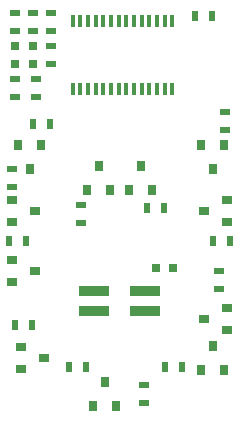
<source format=gtp>
G04 #@! TF.GenerationSoftware,KiCad,Pcbnew,(5.0.2)-1*
G04 #@! TF.CreationDate,2018-12-23T17:42:09+09:00*
G04 #@! TF.ProjectId,Nixie_Module_IN-12,4e697869-655f-44d6-9f64-756c655f494e,rev?*
G04 #@! TF.SameCoordinates,Original*
G04 #@! TF.FileFunction,Paste,Top*
G04 #@! TF.FilePolarity,Positive*
%FSLAX46Y46*%
G04 Gerber Fmt 4.6, Leading zero omitted, Abs format (unit mm)*
G04 Created by KiCad (PCBNEW (5.0.2)-1) date 2018/12/23 17:42:09*
%MOMM*%
%LPD*%
G01*
G04 APERTURE LIST*
%ADD10R,0.900000X0.500000*%
%ADD11R,0.800000X0.900000*%
%ADD12R,2.500000X0.850000*%
%ADD13R,0.900000X0.800000*%
%ADD14R,0.400000X1.100000*%
%ADD15R,0.750000X0.800000*%
%ADD16R,0.800000X0.750000*%
%ADD17R,0.500000X0.900000*%
G04 APERTURE END LIST*
D10*
G04 #@! TO.C,R13*
X75946000Y-85332000D03*
X75946000Y-83832000D03*
G04 #@! TD*
D11*
G04 #@! TO.C,Q9*
X77028000Y-100822000D03*
X78928000Y-100822000D03*
X77978000Y-98822000D03*
G04 #@! TD*
D12*
G04 #@! TO.C,U1*
X81398000Y-92823000D03*
X81398000Y-91073000D03*
X77098000Y-92823000D03*
X77098000Y-91073000D03*
G04 #@! TD*
D11*
G04 #@! TO.C,Q11*
X76520000Y-82534000D03*
X78420000Y-82534000D03*
X77470000Y-80534000D03*
G04 #@! TD*
G04 #@! TO.C,Q2*
X86172000Y-97774000D03*
X88072000Y-97774000D03*
X87122000Y-95774000D03*
G04 #@! TD*
D13*
G04 #@! TO.C,Q3*
X70120000Y-83378000D03*
X70120000Y-85278000D03*
X72120000Y-84328000D03*
G04 #@! TD*
G04 #@! TO.C,Q4*
X88376000Y-94422000D03*
X88376000Y-92522000D03*
X86376000Y-93472000D03*
G04 #@! TD*
G04 #@! TO.C,Q5*
X70120000Y-88458000D03*
X70120000Y-90358000D03*
X72120000Y-89408000D03*
G04 #@! TD*
G04 #@! TO.C,Q6*
X88376000Y-85278000D03*
X88376000Y-83378000D03*
X86376000Y-84328000D03*
G04 #@! TD*
G04 #@! TO.C,Q7*
X70882000Y-95824000D03*
X70882000Y-97724000D03*
X72882000Y-96774000D03*
G04 #@! TD*
D11*
G04 #@! TO.C,Q8*
X88072000Y-78756000D03*
X86172000Y-78756000D03*
X87122000Y-80756000D03*
G04 #@! TD*
G04 #@! TO.C,Q1*
X72578000Y-78756000D03*
X70678000Y-78756000D03*
X71628000Y-80756000D03*
G04 #@! TD*
G04 #@! TO.C,Q10*
X80076000Y-82534000D03*
X81976000Y-82534000D03*
X81026000Y-80534000D03*
G04 #@! TD*
D14*
G04 #@! TO.C,U3*
X75277000Y-73970000D03*
X75927000Y-73970000D03*
X76577000Y-73970000D03*
X77227000Y-73970000D03*
X77877000Y-73970000D03*
X78527000Y-73970000D03*
X79177000Y-73970000D03*
X79827000Y-73970000D03*
X80477000Y-73970000D03*
X81127000Y-73970000D03*
X81777000Y-73970000D03*
X82427000Y-73970000D03*
X83077000Y-73970000D03*
X83727000Y-73970000D03*
X83727000Y-68270000D03*
X83077000Y-68270000D03*
X82427000Y-68270000D03*
X81777000Y-68270000D03*
X81127000Y-68270000D03*
X80477000Y-68270000D03*
X79827000Y-68270000D03*
X79177000Y-68270000D03*
X78527000Y-68270000D03*
X77877000Y-68270000D03*
X77227000Y-68270000D03*
X76577000Y-68270000D03*
X75927000Y-68270000D03*
X75277000Y-68270000D03*
G04 #@! TD*
D15*
G04 #@! TO.C,C1*
X70358000Y-70370000D03*
X70358000Y-71870000D03*
G04 #@! TD*
G04 #@! TO.C,C2*
X71882000Y-71870000D03*
X71882000Y-70370000D03*
G04 #@! TD*
D16*
G04 #@! TO.C,C3*
X82308000Y-89154000D03*
X83808000Y-89154000D03*
G04 #@! TD*
D10*
G04 #@! TO.C,R1*
X81280000Y-100572000D03*
X81280000Y-99072000D03*
G04 #@! TD*
D17*
G04 #@! TO.C,R2*
X87110000Y-67818000D03*
X85610000Y-67818000D03*
G04 #@! TD*
G04 #@! TO.C,R3*
X73394000Y-76962000D03*
X71894000Y-76962000D03*
G04 #@! TD*
G04 #@! TO.C,R4*
X83070000Y-97536000D03*
X84570000Y-97536000D03*
G04 #@! TD*
D10*
G04 #@! TO.C,R5*
X70104000Y-82284000D03*
X70104000Y-80784000D03*
G04 #@! TD*
G04 #@! TO.C,R6*
X87630000Y-90920000D03*
X87630000Y-89420000D03*
G04 #@! TD*
D17*
G04 #@! TO.C,R7*
X71362000Y-86868000D03*
X69862000Y-86868000D03*
G04 #@! TD*
G04 #@! TO.C,R8*
X87134000Y-86868000D03*
X88634000Y-86868000D03*
G04 #@! TD*
G04 #@! TO.C,R9*
X70370000Y-93980000D03*
X71870000Y-93980000D03*
G04 #@! TD*
D10*
G04 #@! TO.C,R10*
X88138000Y-77458000D03*
X88138000Y-75958000D03*
G04 #@! TD*
D17*
G04 #@! TO.C,R11*
X74942000Y-97536000D03*
X76442000Y-97536000D03*
G04 #@! TD*
G04 #@! TO.C,R12*
X83046000Y-84074000D03*
X81546000Y-84074000D03*
G04 #@! TD*
D10*
G04 #@! TO.C,R14*
X70358000Y-69064000D03*
X70358000Y-67564000D03*
G04 #@! TD*
G04 #@! TO.C,R15*
X73406000Y-71870000D03*
X73406000Y-70370000D03*
G04 #@! TD*
G04 #@! TO.C,R16*
X72136000Y-74664000D03*
X72136000Y-73164000D03*
G04 #@! TD*
G04 #@! TO.C,R17*
X70358000Y-73164000D03*
X70358000Y-74664000D03*
G04 #@! TD*
G04 #@! TO.C,R18*
X71882000Y-67564000D03*
X71882000Y-69064000D03*
G04 #@! TD*
G04 #@! TO.C,R19*
X73406000Y-69064000D03*
X73406000Y-67564000D03*
G04 #@! TD*
M02*

</source>
